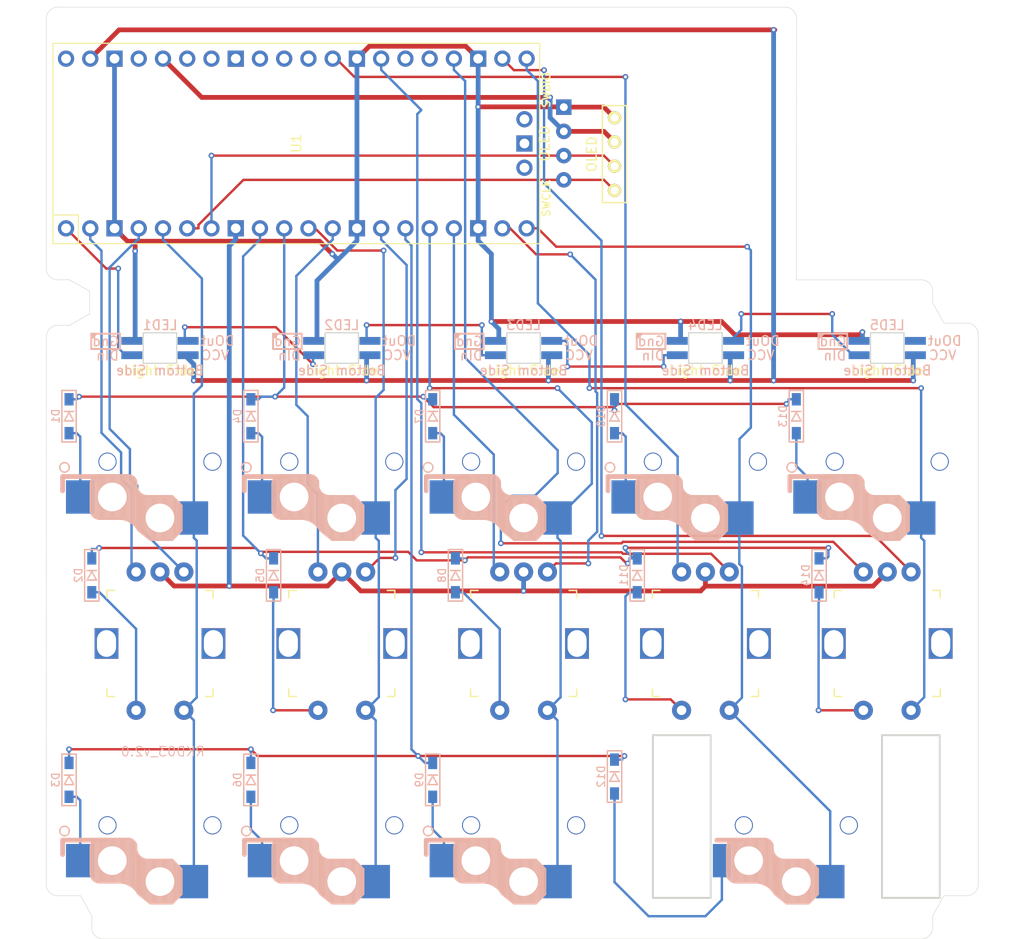
<source format=kicad_pcb>
(kicad_pcb (version 20240108) (generator "pcbnew") (generator_version "8.0")
  (layers (0 "F.Cu" signal) (31 "B.Cu" signal) (34 "B.Paste" user) (35 "F.Paste" user) (36 "B.SilkS" user "B.Silkscreen") (37 "F.SilkS" user "F.Silkscreen") (38 "B.Mask" user) (39 "F.Mask" user) (44 "Edge.Cuts" user))
  (net 0 "")
  (net 1 "Net-(D1-A)")
  (net 2 "Row0")
  (net 3 "Net-(D2-A)")
  (net 4 "Row1")
  (net 5 "Net-(D3-A)")
  (net 6 "Net-(D4-A)")
  (net 7 "Net-(D5-A)")
  (net 8 "Net-(D6-A)")
  (net 9 "Net-(D7-A)")
  (net 10 "Net-(D8-A)")
  (net 11 "Net-(D9-A)")
  (net 12 "SCL")
  (net 13 "GND")
  (net 14 "SDA")
  (net 15 "VCC")
  (net 16 "Col0")
  (net 17 "Col1")
  (net 18 "Col2")
  (net 19 "Col3")
  (net 21 "LED")
  (net 22 "Col4")
  (net 23 "Row2")
  (net 24 "Net-(D11-A)")
  (net 31 "Net-(D12-A)")
  (net 32 "Net-(LED1-DOUT)")
  (net 33 "Net-(D13-A)")
  (net 34 "RE1_B")
  (net 35 "RE1_A")
  (net 36 "RE2_A")
  (net 37 "RE2_B")
  (net 38 "RE3_A")
  (net 39 "RE3_B")
  (net 40 "RE4_A")
  (net 41 "RE4_B")
  (net 42 "RE5_A")
  (net 43 "RE5_B")
  (net 44 "Net-(D10-A)")
  (net 45 "Net-(LED2-DOUT)")
  (net 46 "Net-(LED3-DOUT)")
  (net 47 "Net-(LED4-DOUT)")
  (net 54 "Net-(D14-A)")
  (net 55 "3v3")
  (footprint "kbd_Parts:Diode_SMD" (layer "F.Cu") (at 64.2938 59.5312 -90)
    (property "Reference" "D4")
    (property "Value" "D" (hide yes))
  )
  (footprint "kbd_Parts:LED_SK6812MINI-E_BL" (layer "F.Cu") (at 130.9688 52.3875)
    (property "Reference" "LED5")
    (property "Value" "LED_SK6812MINI-E")
    (fp_line (start -1.75 -1.6) (end 1.75 -1.6) (stroke (width 0.12)) (layer "Edge.Cuts"))
    (fp_line (start -1.75 1.6) (end -1.75 -1.6) (stroke (width 0.12)) (layer "Edge.Cuts"))
    (fp_line (start 1.75 -1.6) (end 1.75 1.6) (stroke (width 0.12)) (layer "Edge.Cuts"))
    (fp_line (start 1.75 1.6) (end -1.75 1.6) (stroke (width 0.12)) (layer "Edge.Cuts"))
  )
  (footprint "Rikkodo_FootPrint:rkd_Choc_v1v2_Hotswap_1u" (layer "F.Cu") (at 73.8188 102.3937)
    (property "Reference" "SW6" (hide yes))
    (property "Value" "SW_Push" (hide yes))
  )
  (footprint "kbd_Parts:Diode_SMD" (layer "F.Cu") (at 102.3938 97.2849 -90)
    (property "Reference" "D12")
    (property "Value" "D" (hide yes))
  )
  (footprint "Rikkodo_FootPrint:rkd_Choc_v1v2_Hotswap_1u" (layer "F.Cu") (at 92.8688 102.3937)
    (property "Reference" "SW9" (hide yes))
    (property "Value" "SW_Push" (hide yes))
  )
  (footprint "kbd_Parts:LED_SK6812MINI-E_BL" (layer "F.Cu") (at 54.7688 52.3874)
    (property "Reference" "LED1")
    (property "Value" "LED_SK6812MINI-E")
    (fp_line (start -1.75 -1.6) (end 1.75 -1.6) (stroke (width 0.12)) (layer "Edge.Cuts"))
    (fp_line (start -1.75 1.6) (end -1.75 -1.6) (stroke (width 0.12)) (layer "Edge.Cuts"))
    (fp_line (start 1.75 -1.6) (end 1.75 1.6) (stroke (width 0.12)) (layer "Edge.Cuts"))
    (fp_line (start 1.75 1.6) (end -1.75 1.6) (stroke (width 0.12)) (layer "Edge.Cuts"))
  )
  (footprint "kbd_Parts:RotaryEncoder_EC12E" (layer "F.Cu") (at 92.8688 83.3437 -90)
    (property "Reference" "SW8")
    (property "Value" "RotaryEncoder_Switch")
  )
  (footprint "kbd_Parts:LED_SK6812MINI-E_BL" (layer "F.Cu") (at 92.8688 52.3874)
    (property "Reference" "LED3")
    (property "Value" "LED_SK6812MINI-E")
    (fp_line (start -1.75 -1.6) (end 1.75 -1.6) (stroke (width 0.12)) (layer "Edge.Cuts"))
    (fp_line (start -1.75 1.6) (end -1.75 -1.6) (stroke (width 0.12)) (layer "Edge.Cuts"))
    (fp_line (start 1.75 -1.6) (end 1.75 1.6) (stroke (width 0.12)) (layer "Edge.Cuts"))
    (fp_line (start 1.75 1.6) (end -1.75 1.6) (stroke (width 0.12)) (layer "Edge.Cuts"))
  )
  (footprint "kbd_Parts:RotaryEncoder_EC12E" (layer "F.Cu") (at 73.8188 83.3437 -90)
    (property "Reference" "SW5")
    (property "Value" "RotaryEncoder_Switch")
  )
  (footprint "kbd_Parts:Diode_SMD" (layer "F.Cu") (at 45.2438 59.5312 -90)
    (property "Reference" "D1")
    (property "Value" "D" (hide yes))
  )
  (footprint "kbd_Parts:Diode_SMD" (layer "F.Cu") (at 64.2938 97.6312 -90)
    (property "Reference" "D6")
    (property "Value" "D" (hide yes))
  )
  (footprint "kbd_Parts:Diode_SMD" (layer "F.Cu") (at 83.3438 97.6312 -90)
    (property "Reference" "D9")
    (property "Value" "D" (hide yes))
  )
  (footprint "Rikkodo_FootPrint:rkd_Choc_v1v2_Hotswap_1u" (layer "F.Cu") (at 54.7688 102.3937)
    (property "Reference" "SW3" (hide yes))
    (property "Value" "SW_Push" (hide yes))
  )
  (footprint "kbd_Parts:OLED" (layer "F.Cu") (at 102.3938 35.8775 90)
    (property "Reference" "OL2")
    (property "Value" "OLED" (hide yes))
  )
  (footprint "Rikkodo_FootPrint:rkd_Choc_v1v2_Hotswap_2u_Gat" (layer "F.Cu") (at 121.44375 102.39375)
    (property "Reference" "SW12" (hide yes))
    (property "Value" "SW_Push" (hide yes))
    (fp_line (start -15.025 -9.445) (end -8.975 -9.445) (stroke (width 0.2)) (layer "Edge.Cuts"))
    (fp_line (start -15.025 7.605) (end -15.025 -9.445) (stroke (width 0.2)) (layer "Edge.Cuts"))
    (fp_line (start -8.975 -9.445) (end -8.975 7.605) (stroke (width 0.2)) (layer "Edge.Cuts"))
    (fp_line (start -8.975 7.605) (end -15.025 7.605) (stroke (width 0.2)) (layer "Edge.Cuts"))
    (fp_line (start 8.975 -9.445) (end 8.975 7.605) (stroke (width 0.2)) (layer "Edge.Cuts"))
    (fp_line (start 8.975 7.605) (end 15.025 7.605) (stroke (width 0.2)) (layer "Edge.Cuts"))
    (fp_line (start 15.025 -9.445) (end 8.975 -9.445) (stroke (width 0.2)) (layer "Edge.Cuts"))
    (fp_line (start 15.025 7.605) (end 15.025 -9.445) (stroke (width 0.2)) (layer "Edge.Cuts"))
  )
  (footprint "kbd_Parts:Diode_SMD" (layer "F.Cu") (at 102.3938 59.5312 -90)
    (property "Reference" "D10")
    (property "Value" "D" (hide yes))
  )
  (footprint "Rikkodo_FootPrint:rkd_Choc_v1v2_Hotswap_1u" (layer "F.Cu") (at 92.8688 64.2937)
    (property "Reference" "SW7" (hide yes))
    (property "Value" "SW_Push" (hide yes))
  )
  (footprint "Rikkodo_FootPrint:rkd_Choc_v1v2_Hotswap_1u" (layer "F.Cu") (at 130.9688 64.2937)
    (property "Reference" "SW13" (hide yes))
    (property "Value" "SW_Push" (hide yes))
  )
  (footprint "Rikkodo_FootPrint:rkd_RPi_Pico_TH" (layer "F.Cu") (at 69.0563 30.9562 90)
    (property "Reference" "U1")
    (property "Value" "Pico")
  )
  (footprint "kbd_Parts:LED_SK6812MINI-E_BL" (layer "F.Cu") (at 111.9188 52.3875)
    (property "Reference" "LED4")
    (property "Value" "LED_SK6812MINI-E")
    (fp_line (start -1.75 -1.6) (end 1.75 -1.6) (stroke (width 0.12)) (layer "Edge.Cuts"))
    (fp_line (start -1.75 1.6) (end -1.75 -1.6) (stroke (width 0.12)) (layer "Edge.Cuts"))
    (fp_line (start 1.75 -1.6) (end 1.75 1.6) (stroke (width 0.12)) (layer "Edge.Cuts"))
    (fp_line (start 1.75 1.6) (end -1.75 1.6) (stroke (width 0.12)) (layer "Edge.Cuts"))
  )
  (footprint "Rikkodo_FootPrint:rkd_Choc_v1v2_Hotswap_1u" (layer "F.Cu") (at 73.8188 64.2937)
    (property "Reference" "SW4" (hide yes))
    (property "Value" "SW_Push" (hide yes))
  )
  (footprint "BrownSugar_KBD:OLED_center_display" (layer "F.Cu") (at 78.5813 30.9562 90)
    (property "Reference" "OL1")
    (property "Value" "OLED" (hide yes))
  )
  (footprint "kbd_Parts:RotaryEncoder_EC12E" (layer "F.Cu") (at 130.9688 83.3437 -90)
    (property "Reference" "SW14")
    (property "Value" "RotaryEncoder_Switch")
  )
  (footprint "kbd_Parts:Diode_SMD" (layer "F.Cu") (at 123.825 76.2 -90)
    (property "Reference" "D14")
    (property "Value" "D" (hide yes))
  )
  (footprint "kbd_Parts:Diode_SMD" (layer "F.Cu") (at 121.4438 59.5312 -90)
    (property "Reference" "D13")
    (property "Value" "D" (hide yes))
  )
  (footprint "kbd_Parts:Diode_SMD" (layer "F.Cu") (at 66.675 76.2 -90)
    (property "Reference" "D5")
    (property "Value" "D" (hide yes))
  )
  (footprint "Rikkodo_FootPrint:rkd_Choc_v1v2_Hotswap_1u" (layer "F.Cu") (at 111.9188 64.2937)
    (property "Reference" "SW10" (hide yes))
    (property "Value" "SW_Push" (hide yes))
  )
  (footprint "kbd_Parts:Diode_SMD" (layer "F.Cu") (at 83.3438 59.5312 -90)
    (property "Reference" "D7")
    (property "Value" "D" (hide yes))
  )
  (footprint "kbd_Parts:Diode_SMD" (layer "F.Cu") (at 45.2438 97.6312 -90)
    (property "Reference" "D3")
    (property "Value" "D" (hide yes))
  )
  (footprint "kbd_Parts:Diode_SMD" (layer "F.Cu") (at 104.775 76.2 -90)
    (property "Reference" "D11")
    (property "Value" "D" (hide yes))
  )
  (footprint "kbd_Parts:Diode_SMD" (layer "F.Cu") (at 47.625 76.2 -90)
    (property "Reference" "D2")
    (property "Value" "D" (hide yes))
  )
  (footprint "kbd_Parts:Diode_SMD" (layer "F.Cu") (at 85.725 76.2 -90)
    (property "Reference" "D8")
    (property "Value" "D" (hide yes))
  )
  (footprint "kbd_Parts:RotaryEncoder_EC12E" (layer "F.Cu") (at 54.7688 83.3437 -90)
    (property "Reference" "SW2")
    (property "Value" "RotaryEncoder_Switch")
  )
  (footprint "kbd_Parts:RotaryEncoder_EC12E" (layer "F.Cu") (at 111.9188 83.3437 -90)
    (property "Reference" "SW11")
    (property "Value" "RotaryEncoder_Switch")
  )
  (footprint "kbd_Parts:LED_SK6812MINI-E_BL" (layer "F.Cu") (at 73.8188 52.3874)
    (property "Reference" "LED2")
    (property "Value" "LED_SK6812MINI-E")
    (fp_line (start -1.75 -1.6) (end 1.75 -1.6) (stroke (width 0.12)) (layer "Edge.Cuts"))
    (fp_line (start -1.75 1.6) (end -1.75 -1.6) (stroke (width 0.12)) (layer "Edge.Cuts"))
    (fp_line (start 1.75 -1.6) (end 1.75 1.6) (stroke (width 0.12)) (layer "Edge.Cuts"))
    (fp_line (start 1.75 1.6) (end -1.75 1.6) (stroke (width 0.12)) (layer "Edge.Cuts"))
  )
  (footprint "Rikkodo_FootPrint:rkd_Choc_v1v2_Hotswap_1u" (layer "F.Cu") (at 54.7687 64.2937)
    (property "Reference" "SW1" (hide yes))
    (property "Value" "SW_Push" (hide yes))
  )
  (gr_arc (start 135.73125 113.109375) (mid 135.382524 113.951274) (end 134.540625 114.3) (stroke (width 0.05)) (layer "Edge.Cuts"))
  (gr_line (start 42.862525 51.196875) (end 42.853125 108.578125) (stroke (width 0.05)) (layer "Edge.Cuts"))
  (gr_line (start 42.862525 17.859375) (end 42.8625 44.053125) (stroke (width 0.05)) (layer "Edge.Cuts"))
  (gr_arc (start 42.862525 51.196875) (mid 43.211244 50.354994) (end 44.053125 50.006275) (stroke (width 0.05)) (layer "Edge.Cuts"))
  (gr_line (start 45.24375 45.225) (end 47.39375 46.425) (stroke (width 0.05)) (layer "Edge.Cuts"))
  (gr_arc (start 44.053125 45.24375) (mid 43.211226 44.895024) (end 42.8625 44.053125) (stroke (width 0.05)) (layer "Edge.Cuts"))
  (gr_arc (start 140.503125 108.578125) (mid 140.154399 109.420024) (end 139.3125 109.76875) (stroke (width 0.05)) (layer "Edge.Cuts"))
  (gr_line (start 139.3125 49.775) (end 136.9125 49.775) (stroke (width 0.05)) (layer "Edge.Cuts"))
  (gr_line (start 135.73125 113.109375) (end 135.7125 111.91875) (stroke (width 0.05)) (layer "Edge.Cuts"))
  (gr_line (start 140.503125 50.965625) (end 140.503125 108.578125) (stroke (width 0.05)) (layer "Edge.Cuts"))
  (gr_line (start 44.04375 109.76875) (end 46.44375 109.76875) (stroke (width 0.05)) (layer "Edge.Cuts"))
  (gr_line (start 136.9125 109.76875) (end 139.3125 109.76875) (stroke (width 0.05)) (layer "Edge.Cuts"))
  (gr_arc (start 48.815625 114.3) (mid 47.973726 113.951274) (end 47.625 113.109375) (stroke (width 0.05)) (layer "Edge.Cuts"))
  (gr_line (start 121.471875 17.8594) (end 121.44375 45.24375) (stroke (width 0.05)) (layer "Edge.Cuts"))
  (gr_line (start 47.39375 48.825) (end 47.39375 46.425) (stroke (width 0.05)) (layer "Edge.Cuts"))
  (gr_arc (start 134.540625 45.24375) (mid 135.382502 45.592498) (end 135.73125 46.434375) (stroke (width 0.05)) (layer "Edge.Cuts"))
  (gr_line (start 47.64375 111.91875) (end 47.625 113.109375) (stroke (width 0.05)) (layer "Edge.Cuts"))
  (gr_line (start 120.28125 16.668775) (end 44.05315 16.66875) (stroke (width 0.05)) (layer "Edge.Cuts"))
  (gr_line (start 44.053125 50.006275) (end 45.24375 50.025) (stroke (width 0.05)) (layer "Edge.Cuts"))
  (gr_line (start 45.24375 50.025) (end 47.39375 48.825) (stroke (width 0.05)) (layer "Edge.Cuts"))
  (gr_line (start 45.24375 45.225) (end 44.053125 45.24375) (stroke (width 0.05)) (layer "Edge.Cuts"))
  (gr_arc (start 42.862525 17.859375) (mid 43.211261 17.017501) (end 44.05315 16.66875) (stroke (width 0.05)) (layer "Edge.Cuts"))
  (gr_line (start 48.815625 114.3) (end 134.540625 114.3) (stroke (width 0.05)) (layer "Edge.Cuts"))
  (gr_arc (start 44.04375 109.76875) (mid 43.201851 109.420024) (end 42.853125 108.578125) (stroke (width 0.05)) (layer "Edge.Cuts"))
  (gr_arc (start 139.3125 49.775) (mid 140.154399 50.123726) (end 140.503125 50.965625) (stroke (width 0.05)) (layer "Edge.Cuts"))
  (gr_arc (start 120.28125 16.668775) (mid 121.123108 17.01752) (end 121.471875 17.8594) (stroke (width 0.05)) (layer "Edge.Cuts"))
  (gr_line (start 135.7125 47.625) (end 136.9125 49.775) (stroke (width 0.05)) (layer "Edge.Cuts"))
  (gr_line (start 121.44375 45.24375) (end 134.540625 45.24375) (stroke (width 0.05)) (layer "Edge.Cuts"))
  (gr_line (start 135.7125 111.91875) (end 136.9125 109.76875) (stroke (width 0.05)) (layer "Edge.Cuts"))
  (gr_line (start 46.44375 109.76875) (end 47.64375 111.91875) (stroke (width 0.05)) (layer "Edge.Cuts"))
  (gr_line (start 135.73125 46.434375) (end 135.7125 47.625) (stroke (width 0.05)) (layer "Edge.Cuts"))
  (gr_text "RKD03_v2.0" (at 59.53125 95.25 0) (layer "B.SilkS") (effects (font (size 1 1) (thickness 0.1)) (justify left bottom mirror)))
  (segment (start 45.2438 61.3062) (end 46.0455 61.3062) (width 0.25) (layer "B.Cu") (net 1))
  (segment (start 46.4187 61.6794) (end 46.0455 61.3062) (width 0.25) (layer "B.Cu") (net 1))
  (segment (start 46.4187 67.9937) (end 46.4187 61.6794) (width 0.25) (layer "B.Cu") (net 1))
  (segment (start 46.294 57.4814) (end 66.8373 57.4814) (width 0.25) (layer "F.Cu") (net 2))
  (segment (start 102.7344 58.2394) (end 102.3938 58.58) (width 0.25) (layer "F.Cu") (net 2))
  (segment (start 102.3938 58.58) (end 102.3938 58.9206) (width 0.25) (layer "F.Cu") (net 2))
  (segment (start 102.3938 58.58) (end 83.4518 58.58) (width 0.25) (layer "F.Cu") (net 2))
  (segment (start 120.4086 58.2394) (end 102.7344 58.2394) (width 0.25) (layer "F.Cu") (net 2))
  (segment (start 83.4518 58.58) (end 82.3532 57.4814) (width 0.25) (layer "F.Cu") (net 2))
  (segment (start 82.3532 57.4814) (end 66.8373 57.4814) (width 0.25) (layer "F.Cu") (net 2))
  (via (at 82.3532 57.4814) (size 0.6) (drill 0.3) (layers "F.Cu" "B.Cu") (net 2))
  (via (at 102.3938 58.9206) (size 0.6) (drill 0.3) (layers "F.Cu" "B.Cu") (net 2))
  (via (at 120.4086 58.2394) (size 0.6) (drill 0.3) (layers "F.Cu" "B.Cu") (net 2))
  (via (at 66.8373 57.4814) (size 0.6) (drill 0.3) (layers "F.Cu" "B.Cu") (net 2))
  (via (at 46.294 57.4814) (size 0.6) (drill 0.3) (layers "F.Cu" "B.Cu") (net 2))
  (segment (start 120.6421 58.0059) (end 120.4086 58.2394) (width 0.25) (layer "B.Cu") (net 2))
  (segment (start 67.7863 39.8462) (end 67.7863 56.5324) (width 0.25) (layer "B.Cu") (net 2))
  (segment (start 66.8373 57.4814) (end 65.3703 57.4814) (width 0.25) (layer "B.Cu") (net 2))
  (segment (start 46.0455 57.7562) (end 46.0455 57.7299) (width 0.25) (layer "B.Cu") (net 2))
  (segment (start 67.7863 56.5324) (end 66.8373 57.4814) (width 0.25) (layer "B.Cu") (net 2))
  (segment (start 64.2938 57.7562) (end 65.0955 57.7562) (width 0.25) (layer "B.Cu") (net 2))
  (segment (start 121.4438 57.7562) (end 120.6421 57.7562) (width 0.25) (layer "B.Cu") (net 2))
  (segment (start 65.3703 57.4814) (end 65.0955 57.7562) (width 0.25) (layer "B.Cu") (net 2))
  (segment (start 83.3438 57.7562) (end 82.628 57.7562) (width 0.25) (layer "B.Cu") (net 2))
  (segment (start 45.2438 57.7562) (end 46.0455 57.7562) (width 0.25) (layer "B.Cu") (net 2))
  (segment (start 120.6421 57.7562) (end 120.6421 58.0059) (width 0.25) (layer "B.Cu") (net 2))
  (segment (start 82.628 57.7562) (end 82.3532 57.4814) (width 0.25) (layer "B.Cu") (net 2))
  (segment (start 102.3938 57.7562) (end 102.3938 58.9206) (width 0.25) (layer "B.Cu") (net 2))
  (segment (start 46.0455 57.7299) (end 46.294 57.4814) (width 0.25) (layer "B.Cu") (net 2))
  (segment (start 52.2688 90.3437) (end 52.2688 81.8171) (width 0.25) (layer "B.Cu") (net 3))
  (segment (start 47.625 77.975) (end 48.4267 77.975) (width 0.25) (layer "B.Cu") (net 3))
  (segment (start 52.2688 81.8171) (end 48.4267 77.975) (width 0.25) (layer "B.Cu") (net 3))
  (segment (start 103.5397 73.3181) (end 124.805 73.3181) (width 0.25) (layer "F.Cu") (net 4))
  (segment (start 103.0145 74.3179) (end 103.6512 74.9546) (width 0.25) (layer "F.Cu") (net 4))
  (segment (start 48.3918 73.3353) (end 64.7836 73.3353) (width 0.25) (layer "F.Cu") (net 4))
  (segment (start 64.7836 73.3353) (end 65.3405 73.8922) (width 0.25) (layer "F.Cu") (net 4))
  (segment (start 86.7156 74.6362) (end 81.668 74.6362) (width 0.25) (layer "F.Cu") (net 4))
  (segment (start 87.0339 74.3179) (end 103.0145 74.3179) (width 0.25) (layer "F.Cu") (net 4))
  (segment (start 86.7156 74.6362) (end 87.0339 74.3179) (width 0.25) (layer "F.Cu") (net 4))
  (segment (start 103.6512 74.9546) (end 103.7787 74.9546) (width 0.25) (layer "F.Cu") (net 4))
  (segment (start 81.668 74.6362) (end 80.7738 73.742) (width 0.25) (layer "F.Cu") (net 4))
  (segment (start 80.7738 73.742) (end 65.4907 73.742) (width 0.25) (layer "F.Cu") (net 4))
  (segment (start 65.4907 73.742) (end 65.3405 73.8922) (width 0.25) (layer "F.Cu") (net 4))
  (via (at 65.3405 73.8922) (size 0.6) (drill 0.3) (layers "F.Cu" "B.Cu") (net 4))
  (via (at 86.7156 74.6362) (size 0.6) (drill 0.3) (layers "F.Cu" "B.Cu") (net 4))
  (via (at 48.3918 73.3353) (size 0.6) (drill 0.3) (layers "F.Cu" "B.Cu") (net 4))
  (via (at 103.5397 73.3181) (size 0.6) (drill 0.3) (layers "F.Cu" "B.Cu") (net 4))
  (via (at 103.7787 74.9546) (size 0.6) (drill 0.3) (layers "F.Cu" "B.Cu") (net 4))
  (via (at 124.805 73.3181) (size 0.6) (drill 0.3) (layers "F.Cu" "B.Cu") (net 4))
  (segment (start 63.4808 72.0325) (end 65.3405 73.8922) (width 0.25) (layer "B.Cu") (net 4))
  (segment (start 124.805 74.2467) (end 124.805 73.3181) (width 0.25) (layer "B.Cu") (net 4))
  (segment (start 104.775 74.425) (end 104.3742 74.425) (width 0.25) (layer "B.Cu") (net 4))
  (segment (start 103.5397 73.5905) (end 103.5397 73.3181) (width 0.25) (layer "B.Cu") (net 4))
  (segment (start 65.3405 73.8922) (end 65.8733 74.425) (width 0.25) (layer "B.Cu") (net 4))
  (segment (start 65.2463 39.8462) (end 65.2463 41.0229) (width 0.25) (layer "B.Cu") (net 4))
  (segment (start 63.4808 42.7884) (end 63.4808 72.0325) (width 0.25) (layer "B.Cu") (net 4))
  (segment (start 103.9733 74.76) (end 103.9733 74.425) (width 0.25) (layer "B.Cu") (net 4))
  (segment (start 86.5267 74.4473) (end 86.7156 74.6362) (width 0.25) (layer "B.Cu") (net 4))
  (segment (start 66.675 74.425) (end 65.8733 74.425) (width 0.25) (layer "B.Cu") (net 4))
  (segment (start 47.625 74.425) (end 47.625 73.4483) (width 0.25) (layer "B.Cu") (net 4))
  (segment (start 47.625 73.4483) (end 48.2788 73.4483) (width 0.25) (layer "B.Cu") (net 4))
  (segment (start 86.5267 74.425) (end 86.5267 74.4473) (width 0.25) (layer "B.Cu") (net 4))
  (segment (start 103.7787 74.9546) (end 103.9733 74.76) (width 0.25) (layer "B.Cu") (net 4))
  (segment (start 48.2788 73.4483) (end 48.3918 73.3353) (width 0.25) (layer "B.Cu") (net 4))
  (segment (start 104.3742 74.425) (end 103.5397 73.5905) (width 0.25) (layer "B.Cu") (net 4))
  (segment (start 85.725 74.425) (end 86.5267 74.425) (width 0.25) (layer "B.Cu") (net 4))
  (segment (start 124.6267 74.425) (end 124.805 74.2467) (width 0.25) (layer "B.Cu") (net 4))
  (segment (start 123.825 74.425) (end 124.6267 74.425) (width 0.25) (layer "B.Cu") (net 4))
  (segment (start 104.3742 74.425) (end 103.9733 74.425) (width 0.25) (layer "B.Cu") (net 4))
  (segment (start 65.2463 41.0229) (end 63.4808 42.7884) (width 0.25) (layer "B.Cu") (net 4))
  (segment (start 45.2438 99.4062) (end 46.0455 99.4062) (width 0.25) (layer "B.Cu") (net 5))
  (segment (start 46.4188 99.7795) (end 46.0455 99.4062) (width 0.25) (layer "B.Cu") (net 5))
  (segment (start 46.4188 106.0937) (end 46.4188 99.7795) (width 0.25) (layer "B.Cu") (net 5))
  (segment (start 65.4688 61.6795) (end 65.0955 61.3062) (width 0.25) (layer "B.Cu") (net 6))
  (segment (start 65.4688 67.9937) (end 65.4688 61.6795) (width 0.25) (layer "B.Cu") (net 6))
  (segment (start 64.2938 61.3062) (end 65.0955 61.3062) (width 0.25) (layer "B.Cu") (net 6))
  (segment (start 71.3188 90.3437) (end 66.6242 90.3437) (width 0.25) (layer "F.Cu") (net 7))
  (via (at 66.6242 90.3437) (size 0.6) (drill 0.3) (layers "F.Cu" "B.Cu") (net 7))
  (segment (start 66.6242 79.0025) (end 66.6242 90.3437) (width 0.25) (layer "B.Cu") (net 7))
  (segment (start 66.675 78.9517) (end 66.6242 79.0025) (width 0.25) (layer "B.Cu") (net 7))
  (segment (start 66.675 77.975) (end 66.675 78.9517) (width 0.25) (layer "B.Cu") (net 7))
  (segment (start 64.2938 102.842) (end 64.2938 99.4062) (width 0.25) (layer "B.Cu") (net 8))
  (segment (start 65.4688 104.017) (end 64.2938 102.842) (width 0.25) (layer "B.Cu") (net 8))
  (segment (start 65.4688 106.0937) (end 65.4688 104.017) (width 0.25) (layer "B.Cu") (net 8))
  (segment (start 84.5188 61.6795) (end 84.1455 61.3062) (width 0.25) (layer "B.Cu") (net 9))
  (segment (start 83.3438 61.3062) (end 84.1455 61.3062) (width 0.25) (layer "B.Cu") (net 9))
  (segment (start 84.5188 67.9937) (end 84.5188 61.6795) (width 0.25) (layer "B.Cu") (net 9))
  (segment (start 90.3688 81.8171) (end 86.5267 77.975) (width 0.25) (layer "B.Cu") (net 10))
  (segment (start 90.3688 90.3437) (end 90.3688 81.8171) (width 0.25) (layer "B.Cu") (net 10))
  (segment (start 85.725 77.975) (end 86.5267 77.975) (width 0.25) (layer "B.Cu") (net 10))
  (segment (start 83.3438 102.842) (end 83.3438 99.4062) (width 0.25) (layer "B.Cu") (net 11))
  (segment (start 84.5188 106.0937) (end 84.5188 104.017) (width 0.25) (layer "B.Cu") (net 11))
  (segment (start 84.5188 104.017) (end 83.3438 102.842) (width 0.25) (layer "B.Cu") (net 11))
  (segment (start 97.0813 32.2262) (end 60.1663 32.2262) (width 0.25) (layer "F.Cu") (net 12))
  (segment (start 97.0813 32.2262) (end 101.2825 32.2262) (width 0.25) (layer "F.Cu") (net 12))
  (segment (start 101.2825 32.2262) (end 102.3938 33.3375) (width 0.25) (layer "F.Cu") (net 12))
  (via (at 60.1663 32.2262) (size 0.6) (drill 0.3) (layers "F.Cu" "B.Cu") (net 12))
  (segment (start 60.1663 39.8462) (end 60.1663 32.2262) (width 0.25) (layer "B.Cu") (net 12))
  (segment (start 111.4212 77.8342) (end 111.9188 77.3366) (width 0.5) (layer "F.Cu") (net 13))
  (segment (start 52.1688 41.1989) (end 62.7063 41.1989) (width 0.5) (layer "F.Cu") (net 13))
  (segment (start 52.1688 41.1989) (end 52.1688 42.2359) (width 0.5) (layer "F.Cu") (net 13))
  (segment (start 72.3431 77.3194) (end 73.8188 75.8437) (width 0.5) (layer "F.Cu") (net 13))
  (segment (start 89.4942 49.6068) (end 109.3188 49.6068) (width 0.5) (layer "F.Cu") (net 13))
  (segment (start 50.0063 39.8462) (end 51.359 41.1989) (width 0.5) (layer "F.Cu") (net 13))
  (segment (start 113.604025 49.6068) (end 114.991125 50.9939) (width 0.5) (layer "F.Cu") (net 13))
  (segment (start 62.7063 39.8462) (end 62.7063 41.1989) (width 0.5) (layer "F.Cu") (net 13))
  (segment (start 97.0813 27.1462) (end 97.0513 27.1162) (width 0.5) (layer "F.Cu") (net 13))
  (segment (start 114.991125 50.9939) (end 128.0902 50.9939) (width 0.5) (layer "F.Cu") (net 13))
  (segment (start 51.359 41.1989) (end 52.1688 41.1989) (width 0.5) (layer "F.Cu") (net 13))
  (segment (start 71.4917 41.1989) (end 72.8275 42.5347) (width 0.5) (layer "F.Cu") (net 13))
  (segment (start 129.4759 77.3366) (end 130.9688 75.8437) (width 0.5) (layer "F.Cu") (net 13))
  (segment (start 102.3938 28.2575) (end 101.2825 27.1462) (width 0.5) (layer "F.Cu") (net 13))
  (segment (start 54.7688 75.8437) (end 56.2445 77.3194) (width 0.5) (layer "F.Cu") (net 13))
  (segment (start 62.0269 77.3194) (end 72.3431 77.3194) (width 0.5) (layer "F.Cu") (net 13))
  (segment (start 86.8063 20.7662) (end 88.1063 22.0662) (width 0.5) (layer "F.Cu") (net 13))
  (segment (start 92.8688 77.8342) (end 111.4212 77.8342) (width 0.5) (layer "F.Cu") (net 13))
  (segment (start 56.2445 77.3194) (end 62.0269 77.3194) (width 0.5) (layer "F.Cu") (net 13))
  (segment (start 111.9188 77.3366) (end 129.4759 77.3366) (width 0.5) (layer "F.Cu") (net 13))
  (segment (start 88.1065 27.1162) (end 88.1063 27.1164) (width 0.5) (layer "F.Cu") (net 13))
  (segment (start 75.8093 77.8342) (end 92.8688 77.8342) (width 0.5) (layer "F.Cu") (net 13))
  (segment (start 109.3188 49.6068) (end 113.604025 49.6068) (width 0.5) (layer "F.Cu") (net 13))
  (segment (start 97.0513 27.1162) (end 88.1065 27.1162) (width 0.5) (layer "F.Cu") (net 13))
  (segment (start 101.2825 27.1462) (end 97.0813 27.1462) (width 0.5) (layer "F.Cu") (net 13))
  (segment (start 128.0902 50.9939) (end 128.3688 50.7153) (width 0.5) (layer "F.Cu") (net 13))
  (segment (start 62.7063 41.1989) (end 71.4917 41.1989) (width 0.5) (layer "F.Cu") (net 13))
  (segment (start 73.8188 75.8437) (end 75.8093 77.8342) (width 0.5) (layer "F.Cu") (net 13))
  (segment (start 76.7063 20.7662) (end 86.8063 20.7662) (width 0.5) (layer "F.Cu") (net 13))
  (segment (start 75.4063 22.0662) (end 76.7063 20.7662) (width 0.5) (layer "F.Cu") (net 13))
  (segment (start 111.9188 77.3366) (end 111.9188 75.8437) (width 0.5) (layer "F.Cu") (net 13))
  (via (at 89.4942 49.6068) (size 0.6) (drill 0.3) (layers "F.Cu" "B.Cu") (net 13))
  (via (at 88.1063 27.1164) (size 0.6) (drill 0.3) (layers "F.Cu" "B.Cu") (net 13))
  (via (at 62.0269 77.3194) (size 0.6) (drill 0.3) (layers "F.Cu" "B.Cu") (net 13))
  (via (at 72.8275 42.5347) (size 0.6) (drill 0.3) (layers "F.Cu" "B.Cu") (net 13))
  (via (at 109.3188 49.6068) (size 0.6) (drill 0.3) (layers "F.Cu" "B.Cu") (net 13))
  (via (at 52.1688 42.2359) (size 0.6) (drill 0.3) (layers "F.Cu" "B.Cu") (net 13))
  (via (at 128.3688 50.7153) (size 0.6) (drill 0.3) (layers "F.Cu" "B.Cu") (net 13))
  (via (at 92.8688 77.8342) (size 0.6) (drill 0.3) (layers "F.Cu" "B.Cu") (net 13))
  (segment (start 73.4235 43.1307) (end 75.4063 41.1479) (width 0.5) (layer "B.Cu") (net 13))
  (segment (start 109.3188 51.6375) (end 109.3188 49.6068) (width 0.5) (layer "B.Cu") (net 13))
  (segment (start 72.8275 42.5347) (end 73.4235 43.1307) (width 0.5) (layer "B.Cu") (net 13))
  (segment (start 75.4063 22.0662) (end 75.4063 39.8462) (width 0.5) (layer "B.Cu") (net 13))
  (segment (start 71.2188 45.3354) (end 73.4235 43.1307) (width 0.5) (layer "B.Cu") (net 13))
  (segment (start 89.4942 49.6068) (end 90.2688 50.3814) (width 0.5) (layer "B.Cu") (net 13))
  (segment (start 88.1063 41.1479) (end 89.4942 42.5358) (width 0.5) (layer "B.Cu") (net 13))
  (segment (start 52.1688 51.6374) (end 52.1688 42.2359) (width 0.5) (layer "B.Cu") (net 13))
  (segment (start 88.1063 22.0662) (end 88.1063 27.1164) (width 0.5) (layer "B.Cu") (net 13))
  (segment (start 62.0269 41.692388) (end 62.0269 77.3194) (width 0.5) (layer "B.Cu") (net 13))
  (segment (start 89.4942 42.5358) (end 89.4942 49.6068) (width 0.5) (layer "B.Cu") (net 13))
  (segment (start 71.2188 51.6374) (end 71.2188 45.3354) (width 0.5) (layer "B.Cu") (net 13))
  (segment (start 128.3688 51.6375) (end 128.3688 50.7153) (width 0.5) (layer "B.Cu") (net 13))
  (segment (start 62.7063 39.8462) (end 62.7063 41.012988) (width 0.5) (layer "B.Cu") (net 13))
  (segment (start 75.4063 39.8462) (end 75.4063 41.1479) (width 0.5) (layer "B.Cu") (net 13))
  (segment (start 62.7063 41.012988) (end 62.0269 41.692388) (width 0.5) (layer "B.Cu") (net 13))
  (segment (start 88.1063 27.1164) (end 88.1063 39.8462) (width 0.5) (layer "B.Cu") (net 13))
  (segment (start 90.2688 50.3814) (end 90.2688 51.6374) (width 0.5) (layer "B.Cu") (net 13))
  (segment (start 92.8688 75.8437) (end 92.8688 77.8342) (width 0.5) (layer "B.Cu") (net 13))
  (segment (start 50.0063 22.0662) (end 50.0063 39.8462) (width 0.5) (layer "B.Cu") (net 13))
  (segment (start 88.1063 39.8462) (end 88.1063 41.1479) (width 0.5) (layer "B.Cu") (net 13))
  (segment (start 58.803 39.4785) (end 63.5153 34.7662) (width 0.25) (layer "F.Cu") (net 14))
  (segment (start 97.0813 34.7662) (end 101.2825 34.7662) (width 0.25) (layer "F.Cu") (net 14))
  (segment (start 58.803 39.8462) (end 58.803 39.4785) (width 0.25) (layer "F.Cu") (net 14))
  (segment (start 63.5153 34.7662) (end 97.0813 34.7662) (width 0.25) (layer "F.Cu") (net 14))
  (segment (start 101.2825 34.7662) (end 102.3938 35.8775) (width 0.25) (layer "F.Cu") (net 14))
  (segment (start 57.6263 39.8462) (end 58.803 39.8462) (width 0.25) (layer "F.Cu") (net 14))
  (segment (start 114.5188 55.7866) (end 133.6967 55.7866) (width 0.5) (layer "F.Cu") (net 15))
  (segment (start 76.4188 55.7866) (end 95.4688 55.7866) (width 0.5) (layer "F.Cu") (net 15))
  (segment (start 58.3083 55.7866) (end 76.4188 55.7866) (width 0.5) (layer "F.Cu") (net 15))
  (segment (start 50.4825 19.05) (end 119.1904 19.05) (width 0.5) (layer "F.Cu") (net 15))
  (segment (start 47.4663 22.0662) (end 50.4825 19.05) (width 0.5) (layer "F.Cu") (net 15))
  (segment (start 95.4688 55.7866) (end 114.5188 55.7866) (width 0.5) (layer "F.Cu") (net 15))
  (via (at 114.5188 55.7866) (size 0.6) (drill 0.3) (layers "F.Cu" "B.Cu") (net 15))
  (via (at 76.4188 55.7866) (size 0.6) (drill 0.3) (layers "F.Cu" "B.Cu") (net 15))
  (via (at 58.3083 55.7866) (size 0.6) (drill 0.3) (layers "F.Cu" "B.Cu") (net 15))
  (via (at 119.0625 19.05) (size 0.6) (drill 0.3) (layers "F.Cu" "B.Cu") (net 15))
  (via (at 95.4688 55.7866) (size 0.6) (drill 0.3) (layers "F.Cu" "B.Cu") (net 15))
  (via (at 133.6967 55.7866) (size 0.6) (drill 0.3) (layers "F.Cu" "B.Cu") (net 15))
  (via (at 119.0625 55.7866) (size 0.6) (drill 0.3) (layers "F.Cu" "B.Cu") (net 15))
  (segment (start 76.4188 53.1374) (end 76.4188 55.7866) (width 0.5) (layer "B.Cu") (net 15))
  (segment (start 57.3688 53.1374) (end 58.3083 54.0769) (width 0.5) (layer "B.Cu") (net 15))
  (segment (start 114.5188 53.1375) (end 114.5188 55.7866) (width 0.5) (layer "B.Cu") (net 15))
  (segment (start 119.0625 19.05) (end 119.0625 55.7866) (width 0.5) (layer "B.Cu") (net 15))
  (segment (start 133.5688 53.1375) (end 133.6967 53.2654) (width 0.5) (layer "B.Cu") (net 15))
  (segment (start 58.3083 54.0769) (end 58.3083 55.7866) (width 0.5) (layer "B.Cu") (net 15))
  (segment (start 133.6967 53.2654) (end 133.6967 55.7866) (width 0.5) (layer "B.Cu") (net 15))
  (segment (start 95.4688 53.1374) (end 95.4688 55.7866) (width 0.5) (layer "B.Cu") (net 15))
  (segment (start 59.1624 56.3243) (end 58.3187 57.168) (width 0.25) (layer "B.Cu") (net 16))
  (segment (start 58.3187 72.2704) (end 58.6187 72.5704) (width 0.25) (layer "B.Cu") (net 16))
  (segment (start 58.6187 88.9938) (end 57.2688 90.3437) (width 0.25) (layer "B.Cu") (net 16))
  (segment (start 57.2688 90.3437) (end 58.3188 91.3937) (width 0.25) (layer "B.Cu") (net 16))
  (segment (start 55.0863 39.8462) (end 55.0863 41.0229) (width 0.25) (layer "B.Cu") (net 16))
  (segment (start 58.3188 91.3937) (end 58.3188 108.2937) (width 0.25) (layer "B.Cu") (net 16))
  (segment (start 58.6187 72.5704) (end 58.6187 88.9938) (width 0.25) (layer "B.Cu") (net 16))
  (segment (start 59.1624 45.099) (end 59.1624 56.3243) (width 0.25) (layer "B.Cu") (net 16))
  (segment (start 58.3187 70.1937) (end 58.3187 72.2704) (width 0.25) (layer "B.Cu") (net 16))
  (segment (start 55.0863 41.0229) (end 59.1624 45.099) (width 0.25) (layer "B.Cu") (net 16))
  (segment (start 58.3187 57.168) (end 58.3187 70.1937) (width 0.25) (layer "B.Cu") (net 16))
  (segment (start 73.347984 42.1713) (end 78.2029 42.1713) (width 0.25) (layer "F.Cu") (net 17))
  (segment (start 71.022884 39.8462) (end 73.347984 42.1713) (width 0.25) (layer "F.Cu") (net 17))
  (segment (start 70.3263 39.8462) (end 71.022884 39.8462) (width 0.25) (layer "F.Cu") (net 17))
  (via (at 78.2029 42.1713) (size 0.6) (drill 0.3) (layers "F.Cu" "B.Cu") (net 17))
  (segment (start 76.3188 90.3437) (end 77.3688 91.3937) (width 0.25) (layer "B.Cu") (net 17))
  (segment (start 77.3688 91.3937) (end 77.3688 108.2937) (width 0.25) (layer "B.Cu") (net 17))
  (segment (start 77.3688 70.1937) (end 77.3688 72.2704) (width 0.25) (layer "B.Cu") (net 17))
  (segment (start 78.2029 56.7723) (end 77.3688 57.6064) (width 0.25) (layer "B.Cu") (net 17))
  (segment (start 78.2029 42.1713) (end 78.2029 56.7723) (width 0.25) (layer "B.Cu") (net 17))
  (segment (start 77.3688 72.2704) (end 77.698 72.5996) (width 0.25) (layer "B.Cu") (net 17))
  (segment (start 77.698 88.9645) (end 76.3188 90.3437) (width 0.25) (layer "B.Cu") (net 17))
  (segment (start 77.3688 57.6064) (end 77.3688 70.1937) (width 0.25) (layer "B.Cu") (net 17))
  (segment (start 77.698 72.5996) (end 77.698 88.9645) (width 0.25) (layer "B.Cu") (net 17))
  (segment (start 96.4188 56.5903) (end 83.0263 56.5903) (width 0.25) (layer "F.Cu") (net 18))
  (via (at 96.4188 56.5903) (size 0.6) (drill 0.3) (layers "F.Cu" "B.Cu") (net 18))
  (via (at 83.0263 56.5903) (size 0.6) (drill 0.3) (layers "F.Cu" "B.Cu") (net 18))
  (segment (start 95.3688 90.3437) (end 96.4188 91.3937) (width 0.25) (layer "B.Cu") (net 18))
  (segment (start 100.0125 60.184) (end 96.4188 56.5903) (width 0.25) (layer "B.Cu") (net 18))
  (segment (start 96.7432 88.9693) (end 95.3688 90.3437) (width 0.25) (layer "B.Cu") (net 18))
  (segment (start 96.4188 91.3937) (end 96.4188 108.2937) (width 0.25) (layer "B.Cu") (net 18))
  (segment (start 100.0125 66.6) (end 100.0125 60.184) (width 0.25) (layer "B.Cu") (net 18))
  (segment (start 83.0263 39.8462) (end 83.0263 56.5903) (width 0.25) (layer "B.Cu") (net 18))
  (segment (start 96.4188 72.2704) (end 96.7432 72.5948) (width 0.25) (layer "B.Cu") (net 18))
  (segment (start 96.4188 70.1937) (end 96.4188 72.2704) (width 0.25) (layer "B.Cu") (net 18))
  (segment (start 96.4188 70.1937) (end 100.0125 66.6) (width 0.25) (layer "B.Cu") (net 18))
  (segment (start 96.7432 72.5948) (end 96.7432 88.9693) (width 0.25) (layer "B.Cu") (net 18))
  (segment (start 96.2841 41.7673) (end 116.2956 41.7673) (width 0.25) (layer "F.Cu") (net 19))
  (segment (start 94.363 39.8462) (end 96.2841 41.7673) (width 0.25) (layer "F.Cu") (net 19))
  (segment (start 93.1863 39.8462) (end 94.363 39.8462) (width 0.25) (layer "F.Cu") (net 19))
  (via (at 116.2956 41.7673) (size 0.6) (drill 0.3) (layers "F.Cu" "B.Cu") (net 19))
  (segment (start 124.99375 100.91865) (end 124.99375 108.29375) (width 0.25) (layer "B.Cu") (net 19))
  (segment (start 115.7438 89.0187) (end 114.4188 90.3437) (width 0.25) (layer "B.Cu") (net 19))
  (segment (start 116.68125 42.15295) (end 116.2956 41.7673) (width 0.25) (layer "B.Cu") (net 19))
  (segment (start 115.4688 75.019867) (end 115.7438 75.294867) (width 0.25) (layer "B.Cu") (net 19))
  (segment (start 115.7438 75.294867) (end 115.7438 89.0187) (width 0.25) (layer "B.Cu") (net 19))
  (segment (start 115.490625 61.9125) (end 116.68125 60.721875) (width 0.25) (layer "B.Cu") (net 19))
  (segment (start 115.490625 70.171875) (end 115.490625 61.9125) (width 0.25) (layer "B.Cu") (net 19))
  (segment (start 115.4688 70.1937) (end 115.490625 70.171875) (width 0.25) (layer "B.Cu") (net 19))
  (segment (start 114.4188 90.3437) (end 124.99375 100.91865) (width 0.25) (layer "B.Cu") (net 19))
  (segment (start 115.4688 70.1937) (end 115.4688 75.019867) (width 0.25) (layer "B.Cu") (net 19))
  (segment (start 116.68125 60.721875) (end 116.68125 42.15295) (width 0.25) (layer "B.Cu") (net 19))
  (segment (start 50.3921 44.057812) (end 49.137912 44.057812) (width 0.25) (layer "F.Cu") (net 21))
  (segment (start 49.137912 44.057812) (end 44.9263 39.8462) (width 0.25) (layer "F.Cu") (net 21))
  (via (at 50.3921 44.057812) (size 0.6) (drill 0.3) (layers "F.Cu" "B.Cu") (net 21))
  (segment (start 50.3921 52.3707) (end 51.1588 53.1374) (width 0.25) (layer "B.Cu") (net 21))
  (segment (start 51.1588 53.1374) (end 52.1688 53.1374) (width 0.25) (layer "B.Cu") (net 21))
  (segment (start 50.3921 44.057812) (end 50.3921 52.3707) (width 0.25) (layer "B.Cu") (net 21))
  (segment (start 99.7707 56.5903) (end 134.5188 56.5903) (width 0.25) (layer "F.Cu") (net 22))
  (via (at 99.7707 56.5903) (size 0.6) (drill 0.3) (layers "F.Cu" "B.Cu") (net 22))
  (via (at 134.5188 56.5903) (size 0.6) (drill 0.3) (layers "F.Cu" "B.Cu") (net 22))
  (segment (start 134.8461 72.5977) (end 134.8461 88.9664) (width 0.25) (layer "B.Cu") (net 22))
  (segment (start 134.5188 56.5903) (end 134.5188 70.1937) (width 0.25) (layer "B.Cu") (net 22))
  (segment (start 94.363 47.702) (end 94.363 24.4196) (width 0.25) (layer "B.Cu") (net 22))
  (segment (start 134.5188 72.2704) (end 134.8461 72.5977) (width 0.25) (layer "B.Cu") (net 22))
  (segment (start 94.363 24.4196) (end 93.1863 23.2429) (width 0.25) (layer "B.Cu") (net 22))
  (segment (start 93.1863 22.0662) (end 93.1863 23.2429) (width 0.25) (layer "B.Cu") (net 22))
  (segment (start 99.7707 56.5903) (end 99.7707 53.1097) (width 0.25) (layer "B.Cu") (net 22))
  (segment (start 134.8461 88.9664) (end 133.4688 90.3437) (width 0.25) (layer "B.Cu") (net 22))
  (segment (start 99.7707 53.1097) (end 94.363 47.702) (width 0.25) (layer "B.Cu") (net 22))
  (segment (start 134.5188 70.1937) (end 134.5188 72.2704) (width 0.25) (layer "B.Cu") (net 22))
  (segment (start 81.816 95.1301) (end 103.4329 95.1301) (width 0.25) (layer "F.Cu") (net 23))
  (segment (start 64.9969 95.1301) (end 81.816 95.1301) (width 0.25) (layer "F.Cu") (net 23))
  (segment (start 64.2938 94.427) (end 45.2438 94.427) (width 0.25) (layer "F.Cu") (net 23))
  (segment (start 64.2938 94.427) (end 64.9969 95.1301) (width 0.25) (layer "F.Cu") (net 23))
  (via (at 103.4329 95.1301) (size 0.6) (drill 0.3) (layers "F.Cu" "B.Cu") (net 23))
  (via (at 64.2938 94.427) (size 0.6) (drill 0.3) (layers "F.Cu" "B.Cu") (net 23))
  (via (at 45.2438 94.427) (size 0.6) (drill 0.3) (layers "F.Cu" "B.Cu") (net 23))
  (via (at 81.816 95.1301) (size 0.6) (drill 0.3) (layers "F.Cu" "B.Cu") (net 23))
  (segment (start 82.5421 95.8562) (end 81.816 95.1301) (width 0.25) (layer "B.Cu") (net 23))
  (segment (start 102.3938 95.5099) (end 103.1955 95.5099) (width 0.25) (layer "B.Cu") (net 23))
  (segment (start 103.4329 95.1301) (end 103.1955 95.3675) (width 0.25) (layer "B.Cu") (net 23))
  (segment (start 45.2438 94.8795) (end 45.2438 94.427) (width 0.25) (layer "B.Cu") (net 23))
  (segment (start 103.1955 95.3675) (end 103.1955 95.5099) (width 0.25) (layer "B.Cu") (net 23))
  (segment (start 81.1188 41.6554) (end 81.1188 94.4329) (width 0.25) (layer "B.Cu") (net 23))
  (segment (start 64.2938 95.8562) (end 64.2938 94.427) (width 0.25) (layer "B.Cu") (net 23))
  (segment (start 45.2438 95.8562) (end 45.2438 94.8795) (width 0.25) (layer "B.Cu") (net 23))
  (segment (start 80.4863 41.0229) (end 81.1188 41.6554) (width 0.25) (layer "B.Cu") (net 23))
  (segment (start 80.4863 39.8462) (end 80.4863 41.0229) (width 0.25) (layer "B.Cu") (net 23))
  (segment (start 83.3438 95.8562) (end 82.5421 95.8562) (width 0.25) (layer "B.Cu") (net 23))
  (segment (start 81.1188 94.4329) (end 81.816 95.1301) (width 0.25) (layer "B.Cu") (net 23))
  (segment (start 109.4188 90.3437) (end 108.276 89.2009) (width 0.25) (layer "F.Cu") (net 24))
  (segment (start 108.276 89.2009) (end 103.5397 89.2009) (width 0.25) (layer "F.Cu") (net 24))
  (via (at 103.5397 89.2009) (size 0.6) (drill 0.3) (layers "F.Cu" "B.Cu") (net 24))
  (segment (start 103.5397 78.4086) (end 103.9733 77.975) (width 0.25) (layer "B.Cu") (net 24))
  (segment (start 103.5397 89.2009) (end 103.5397 78.4086) (width 0.25) (layer "B.Cu") (net 24))
  (segment (start 104.775 77.975) (end 103.9733 77.975) (width 0.25) (layer "B.Cu") (net 24))
  (segment (start 105.965625 111.91875) (end 102.3938 108.346925) (width 0.25) (layer "B.Cu") (net 31))
  (segment (start 113.64375 106.09375) (end 113.64375 110.19375) (width 0.25) (layer "B.Cu") (net 31))
  (segment (start 102.3938 108.346925) (end 102.3938 99.0599) (width 0.25) (layer "B.Cu") (net 31))
  (segment (start 111.91875 111.91875) (end 105.965625 111.91875) (width 0.25) (layer "B.Cu") (net 31))
  (segment (start 113.64375 110.19375) (end 111.91875 111.91875) (width 0.25) (layer "B.Cu") (net 31))
  (segment (start 66.9158 50.2031) (end 70.7995 54.0868) (width 0.25) (layer "F.Cu") (net 32))
  (segment (start 57.3688 50.2031) (end 66.9158 50.2031) (width 0.25) (layer "F.Cu") (net 32))
  (via (at 70.7995 54.0868) (size 0.6) (drill 0.3) (layers "F.Cu" "B.Cu") (net 32))
  (via (at 57.3688 50.2031) (size 0.6) (drill 0.3) (layers "F.Cu" "B.Cu") (net 32))
  (segment (start 71.2188 53.1374) (end 70.7995 53.5567) (width 0.25) (layer "B.Cu") (net 32))
  (segment (start 70.7995 53.5567) (end 70.7995 54.0868) (width 0.25) (layer "B.Cu") (net 32))
  (segment (start 57.3688 51.6374) (end 57.3688 50.2031) (width 0.25) (layer "B.Cu") (net 32))
  (segment (start 121.4438 64.742) (end 121.4438 61.3062) (width 0.25) (layer "B.Cu") (net 33))
  (segment (start 122.6188 65.917) (end 121.4438 64.742) (width 0.25) (layer "B.Cu") (net 33))
  (segment (start 122.6188 67.9937) (end 122.6188 65.917) (width 0.25) (layer "B.Cu") (net 33))
  (segment (start 47.4663 41.0229) (end 48.643 42.1996) (width 0.25) (layer "B.Cu") (net 34))
  (segment (start 51.7894 75.3643) (end 52.2688 75.8437) (width 0.25) (layer "B.Cu") (net 34))
  (segment (start 48.643 42.1996) (end 48.643 61.2763) (width 0.25) (layer "B.Cu") (net 34))
  (segment (start 51.7894 67.1651) (end 51.7894 75.3643) (width 0.25) (layer "B.Cu") (net 34))
  (segment (start 48.643 61.2763) (end 50.6981 63.3314) (width 0.25) (layer "B.Cu") (net 34))
  (segment (start 50.6981 63.3314) (end 50.6981 66.0738) (width 0.25) (layer "B.Cu") (net 34))
  (segment (start 50.6981 66.0738) (end 51.7894 67.1651) (width 0.25) (layer "B.Cu") (net 34))
  (segment (start 47.4663 39.8462) (end 47.4663 41.0229) (width 0.25) (layer "B.Cu") (net 34))
  (segment (start 52.4135 41.0229) (end 49.497231 43.939169) (width 0.25) (layer "B.Cu") (net 35))
  (segment (start 52.3865 66.8053) (end 52.3865 70.9614) (width 0.25) (layer "B.Cu") (net 35))
  (segment (start 49.497231 43.939169) (end 49.497231 60.855231) (width 0.25) (layer "B.Cu") (net 35))
  (segment (start 51.621 62.979) (end 51.621 66.0398) (width 0.25) (layer "B.Cu") (net 35))
  (segment (start 49.497231 60.855231) (end 51.621 62.979) (width 0.25) (layer "B.Cu") (net 35))
  (segment (start 52.3865 70.9614) (end 57.2688 75.8437) (width 0.25) (layer "B.Cu") (net 35))
  (segment (start 51.621 66.0398) (end 52.3865 66.8053) (width 0.25) (layer "B.Cu") (net 35))
  (segment (start 52.5463 41.0229) (end 52.4135 41.0229) (width 0.25) (layer "B.Cu") (net 35))
  (segment (start 52.5463 39.8462) (end 52.5463 41.0229) (width 0.25) (layer "B.Cu") (net 35))
  (segment (start 77.7846 74.3779) (end 76.3188 75.8437) (width 0.25) (layer "F.Cu") (net 36))
  (segment (start 79.4388 74.3779) (end 77.7846 74.3779) (width 0.25) (layer "F.Cu") (net 36))
  (via (at 79.4388 74.3779) (size 0.6) (drill 0.3) (layers "F.Cu" "B.Cu") (net 36))
  (segment (start 77.9463 39.8462) (end 77.9463 41.0229) (width 0.25) (layer "B.Cu") (net 36))
  (segment (start 79.4388 67.27285) (end 79.4388 74.3779) (width 0.25) (layer "B.Cu") (net 36))
  (segment (start 80.6108 66.10085) (end 79.4388 67.27285) (width 0.25) (layer "B.Cu") (net 36))
  (segment (start 77.9463 41.0229) (end 80.6108 43.6874) (width 0.25) (layer "B.Cu") (net 36))
  (segment (start 80.6108 43.6874) (end 80.6108 66.10085) (width 0.25) (layer "B.Cu") (net 36))
  (segment (start 69.05625 58.340625) (end 70.246875 59.53125) (width 0.25) (layer "B.Cu") (net 37))
  (segment (start 71.3188 67.746925) (end 71.3188 75.8437) (width 0.25) (layer "B.Cu") (net 37))
  (segment (start 72.8663 41.0229) (end 69.05625 44.83295) (width 0.25) (layer "B.Cu") (net 37))
  (segment (start 69.05625 44.83295) (end 69.05625 58.340625) (width 0.25) (layer "B.Cu") (net 37))
  (segment (start 70.246875 66.675) (end 71.3188 67.746925) (width 0.25) (layer "B.Cu") (net 37))
  (segment (start 72.8663 39.8462) (end 72.8663 41.0229) (width 0.25) (layer "B.Cu") (net 37))
  (segment (start 70.246875 59.53125) (end 70.246875 66.675) (width 0.25) (layer "B.Cu") (net 37))
  (segment (start 95.3688 75.8437) (end 96.2579 74.9546) (width 0.25) (layer "F.Cu") (net 38))
  (segment (start 91.4553 39.8462) (end 94.18 42.5709) (width 0.25) (layer "F.Cu") (net 38))
  (segment (start 90.6463 39.8462) (end 91.4553 39.8462) (width 0.25) (layer "F.Cu") (net 38))
  (segment (start 96.2579 74.9546) (end 99.6497 74.9546) (width 0.25) (layer "F.Cu") (net 38))
  (segment (start 94.18 42.5709) (end 97.7505 42.5709) (width 0.25) (layer "F.Cu") (net 38))
  (via (at 97.7505 42.5709) (size 0.6) (drill 0.3) (layers "F.Cu" "B.Cu") (net 38))
  (via (at 99.6497 74.9546) (size 0.6) (drill 0.3) (layers "F.Cu" "B.Cu") (net 38))
  (segment (start 100.4057 56.9341) (end 100.5761 57.1045) (width 0.25) (layer "B.Cu") (net 38))
  (segment (start 97.7505 42.5709) (end 100.4057 45.2261) (width 0.25) (layer "B.Cu") (net 38))
  (segment (start 100.5761 57.1045) (end 100.5761 71.636516) (width 0.25) (layer "B.Cu") (net 38))
  (segment (start 100.4057 45.2261) (end 100.4057 56.9341) (width 0.25) (layer "B.Cu") (net 38))
  (segment (start 100.5761 71.636516) (end 99.6497 72.562916) (width 0.25) (layer "B.Cu") (net 38))
  (segment (start 99.6497 72.562916) (end 99.6497 74.9546) (width 0.25) (layer "B.Cu") (net 38))
  (segment (start 85.5663 39.8462) (end 85.5663 59.37255) (width 0.25) (layer "B.Cu") (net 39))
  (segment (start 89.7438 63.55005) (end 89.7438 75.2187) (width 0.25) (layer "B.Cu") (net 39))
  (segment (start 89.7438 75.2187) (end 90.3688 75.8437) (width 0.25) (layer "B.Cu") (net 39))
  (segment (start 85.5663 59.37255) (end 89.7438 63.55005) (width 0.25) (layer "B.Cu") (net 39))
  (segment (start 82.153125 73.7907) (end 103.1261 73.7907) (width 0.25) (layer "F.Cu") (net 40))
  (segment (start 103.1261 73.7907) (end 103.2802 73.9448) (width 0.25) (layer "F.Cu") (net 40))
  (segment (start 103.2802 73.9448) (end 112.5199 73.9448) (width 0.25) (layer "F.Cu") (net 40))
  (segment (start 112.5199 73.9448) (end 114.4188 75.8437) (width 0.25) (layer "F.Cu") (net 40))
  (via (at 82.153125 73.7907) (size 0.6) (drill 0.3) (layers "F.Cu" "B.Cu") (net 40))
  (segment (start 81.7282 27.87465) (end 82.153125 27.449725) (width 0.25) (layer "B.Cu") (net 40))
  (segment (start 82.153125 58.165209) (end 81.7282 57.740284) (width 0.25) (layer "B.Cu") (net 40))
  (segment (start 82.153125 73.7907) (end 82.153125 58.165209) (width 0.25) (layer "B.Cu") (net 40))
  (segment (start 82.153125 27.449725) (end 77.9463 23.2429) (width 0.25) (layer "B.Cu") (net 40))
  (segment (start 81.7282 57.740284) (end 81.7282 27.87465) (width 0.25) (layer "B.Cu") (net 40))
  (segment (start 77.9463 23.2429) (end 77.9463 22.0662) (width 0.25) (layer "B.Cu") (net 40))
  (segment (start 73.2235 22.0662) (end 75.137 23.9797) (width 0.25) (layer "F.Cu") (net 41))
  (segment (start 75.137 23.9797) (end 103.5397 23.9797) (width 0.25) (layer "F.Cu") (net 41))
  (segment (start 72.8663 22.0662) (end 73.2235 22.0662) (width 0.25) (layer "F.Cu") (net 41))
  (via (at 103.5397 23.9797) (size 0.6) (drill 0.3) (layers "F.Cu" "B.Cu") (net 41))
  (segment (start 103.5397 23.9797) (end 103.5397 58.29595) (width 0.25) (layer "B.Cu") (net 41))
  (segment (start 109.0083 75.4332) (end 109.4188 75.8437) (width 0.25) (layer "B.Cu") (net 41))
  (segment (start 109.0083 63.76455) (end 109.0083 75.4332) (width 0.25) (layer "B.Cu") (net 41))
  (segment (start 103.5397 58.29595) (end 109.0083 63.76455) (width 0.25) (layer "B.Cu") (net 41))
  (segment (start 91.8506 23.2705) (end 95.0113 23.2705) (width 0.25) (layer "F.Cu") (net 42))
  (segment (start 90.6463 22.0662) (end 91.8506 23.2705) (width 0.25) (layer "F.Cu") (net 42))
  (segment (start 133.4688 75.8437) (end 129.6955 72.0704) (width 0.25) (layer "F.Cu") (net 42))
  (segment (start 129.6955 72.0704) (end 101.0261 72.0704) (width 0.25) (layer "F.Cu") (net 42))
  (via (at 101.0261 72.0704) (size 0.6) (drill 0.3) (layers "F.Cu" "B.Cu") (net 42))
  (via (at 95.0113 23.2705) (size 0.6) (drill 0.3) (layers "F.Cu" "B.Cu") (net 42))
  (segment (start 95.0113 35.1229) (end 95.0113 23.2705) (width 0.25) (layer "B.Cu") (net 42))
  (segment (start 101.0261 41.1377) (end 95.0113 35.1229) (width 0.25) (layer "B.Cu") (net 42))
  (segment (start 101.0261 72.0704) (end 101.0261 41.1377) (width 0.25) (layer "B.Cu") (net 42))
  (segment (start 103.2802 72.6914) (end 125.3165 72.6914) (width 0.25) (layer "F.Cu") (net 43))
  (segment (start 125.3165 72.6914) (end 128.4688 75.8437) (width 0.25) (layer "F.Cu") (net 43))
  (segment (start 90.4875 72.8455) (end 103.1261 72.8455) (width 0.25) (layer "F.Cu") (net 43))
  (segment (start 103.1261 72.8455) (end 103.2802 72.6914) (width 0.25) (layer "F.Cu") (net 43))
  (via (at 90.4875 72.8455) (size 0.6) (drill 0.3) (layers "F.Cu" "B.Cu") (net 43))
  (segment (start 85.5663 23.2429) (end 85.5663 22.0662) (width 0.25) (layer "B.Cu") (net 43))
  (segment (start 86.743 53.4055) (end 86.743 24.4196) (width 0.25) (layer "B.Cu") (net 43))
  (segment (start 96.440625 63.103125) (end 86.743 53.4055) (width 0.25) (layer "B.Cu") (net 43))
  (segment (start 90.4875 72.8455) (end 90.4875 69.05625) (width 0.25) (layer "B.Cu") (net 43))
  (segment (start 86.743 24.4196) (end 85.5663 23.2429) (width 0.25) (layer "B.Cu") (net 43))
  (segment (start 90.4875 69.05625) (end 91.678125 67.865625) (width 0.25) (layer "B.Cu") (net 43))
  (segment (start 94.059375 67.865625) (end 96.440625 65.484375) (width 0.25) (layer "B.Cu") (net 43))
  (segment (start 91.678125 67.865625) (end 94.059375 67.865625) (width 0.25) (layer "B.Cu") (net 43))
  (segment (start 96.440625 65.484375) (end 96.440625 63.103125) (width 0.25) (layer "B.Cu") (net 43))
  (segment (start 103.5688 67.9937) (end 103.5688 61.6795) (width 0.25) (layer "B.Cu") (net 44))
  (segment (start 103.5688 61.6795) (end 103.1955 61.3062) (width 0.25) (layer "B.Cu") (net 44))
  (segment (start 102.3938 61.3062) (end 103.1955 61.3062) (width 0.25) (layer "B.Cu") (net 44))
  (segment (start 88.4921 49.9831) (end 76.4188 49.9831) (width 0.25) (layer "F.Cu") (net 45))
  (via (at 88.4921 49.9831) (size 0.6) (drill 0.3) (layers "F.Cu" "B.Cu") (net 45))
  (via (at 76.4188 49.9831) (size 0.6) (drill 0.3) (layers "F.Cu" "B.Cu") (net 45))
  (segment (start 90.2688 53.1374) (end 88.4921 53.1374) (width 0.25) (layer "B.Cu") (net 45))
  (segment (start 88.4921 53.1374) (end 88.4921 49.9831) (width 0.25) (layer "B.Cu") (net 45))
  (segment (start 76.4188 51.6374) (end 76.4188 49.9831) (width 0.25) (layer "B.Cu") (net 45))
  (segment (start 97.4532 54.3277) (end 107.5421 54.3277) (width 0.25) (layer "F.Cu") (net 46))
  (via (at 107.5421 54.3277) (size 0.6) (drill 0.3) (layers "F.Cu" "B.Cu") (net 46))
  (via (at 97.4532 54.3277) (size 0.6) (drill 0.3) (layers "F.Cu" "B.Cu") (net 46))
  (segment (start 95.4688 51.6374) (end 97.2455 51.6374) (width 0.25) (layer "B.Cu") (net 46))
  (segment (start 107.5421 53.1375) (end 107.5421 54.3277) (width 0.25) (layer "B.Cu") (net 46))
  (segment (start 97.2455 51.6374) (end 97.4532 51.8451) (width 0.25) (layer "B.Cu") (net 46))
  (segment (start 109.3188 53.1375) (end 107.5421 53.1375) (width 0.25) (layer "B.Cu") (net 46))
  (segment (start 97.4532 51.8451) (end 97.4532 54.3277) (width 0.25) (layer "B.Cu") (net 46))
  (segment (start 115.6706 48.815625) (end 125.204625 48.815625) (width 0.25) (layer "F.Cu") (net 47))
  (via (at 115.6706 48.815625) (size 0.6) (drill 0.3) (layers "F.Cu" "B.Cu") (net 47))
  (via (at 125.204625 48.815625) (size 0.6) (drill 0.3) (layers "F.Cu" "B.Cu") (net 47))
  (segment (start 115.6706 50.4857) (end 114.5188 51.6375) (width 0.25) (layer "B.Cu") (net 47))
  (segment (start 115.6706 48.815625) (end 115.6706 50.4857) (width 0.25) (layer "B.Cu") (net 47))
  (segment (start 125.204625 50.983325) (end 127.3588 53.1375) (width 0.25) (layer "B.Cu") (net 47))
  (segment (start 125.204625 48.815625) (end 125.204625 50.983325) (width 0.25) (layer "B.Cu") (net 47))
  (segment (start 127.3588 53.1375) (end 128.3688 53.1375) (width 0.25) (layer "B.Cu") (net 47))
  (segment (start 128.4688 90.3437) (end 123.7742 90.3437) (width 0.25) (layer "F.Cu") (net 54))
  (via (at 123.7742 90.3437) (size 0.6) (drill 0.3) (layers "F.Cu" "B.Cu") (net 54))
  (segment (start 123.7742 79.0025) (end 123.7742 90.3437) (width 0.25) (layer "B.Cu") (net 54))
  (segment (start 123.825 78.9517) (end 123.7742 79.0025) (width 0.25) (layer "B.Cu") (net 54))
  (segment (start 123.825 77.975) (end 123.825 78.9517) (width 0.25) (layer "B.Cu") (net 54))
  (segment (start 101.2825 29.6862) (end 102.3938 30.7975) (width 0.5) (layer "F.Cu") (net 55))
  (segment (start 97.0813 29.6862) (end 101.2825 29.6862) (width 0.5) (layer "F.Cu") (net 55))
  (segment (start 59.1471 26.127) (end 55.0863 22.0662) (width 0.5) (layer "F.Cu") (net 55))
  (segment (start 95.6469 26.127) (end 59.1471 26.127) (width 0.5) (layer "F.Cu") (net 55))
  (via (at 95.6469 26.127) (size 0.6) (drill 0.3) (layers "F.Cu" "B.Cu") (net 55))
  (segment (start 97.0813 29.6862) (end 95.6469 28.2518) (width 0.5) (layer "B.Cu") (net 55))
  (segment (start 95.6469 28.2518) (end 95.6469 26.127) (width 0.5) (layer "B.Cu") (net 55))
)
</source>
